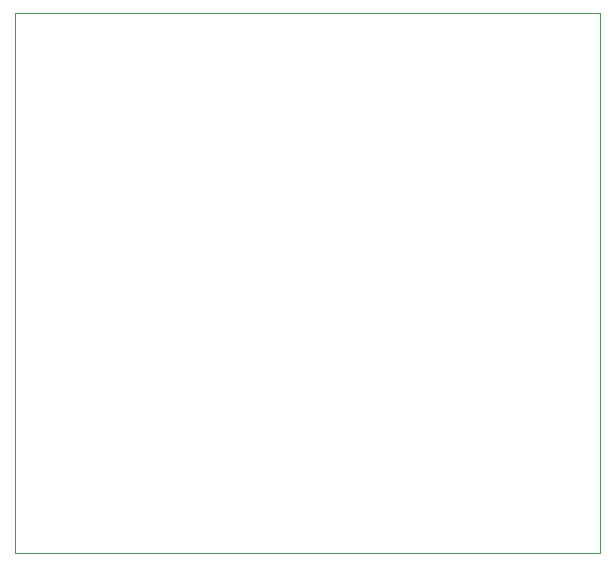
<source format=gko>
G04 #@! TF.GenerationSoftware,KiCad,Pcbnew,(5.1.2)-1*
G04 #@! TF.CreationDate,2019-05-02T22:44:15-07:00*
G04 #@! TF.ProjectId,gen3piano,67656e33-7069-4616-9e6f-2e6b69636164,rev?*
G04 #@! TF.SameCoordinates,PXe88b40PYc1c960*
G04 #@! TF.FileFunction,Profile,NP*
%FSLAX46Y46*%
G04 Gerber Fmt 4.6, Leading zero omitted, Abs format (unit mm)*
G04 Created by KiCad (PCBNEW (5.1.2)-1) date 2019-05-02 22:44:15*
%MOMM*%
%LPD*%
G04 APERTURE LIST*
%ADD10C,0.050000*%
G04 APERTURE END LIST*
D10*
X49530000Y-45720000D02*
X0Y-45720000D01*
X49530000Y0D02*
X49530000Y-45720000D01*
X0Y0D02*
X49530000Y0D01*
X0Y-45720000D02*
X0Y0D01*
M02*

</source>
